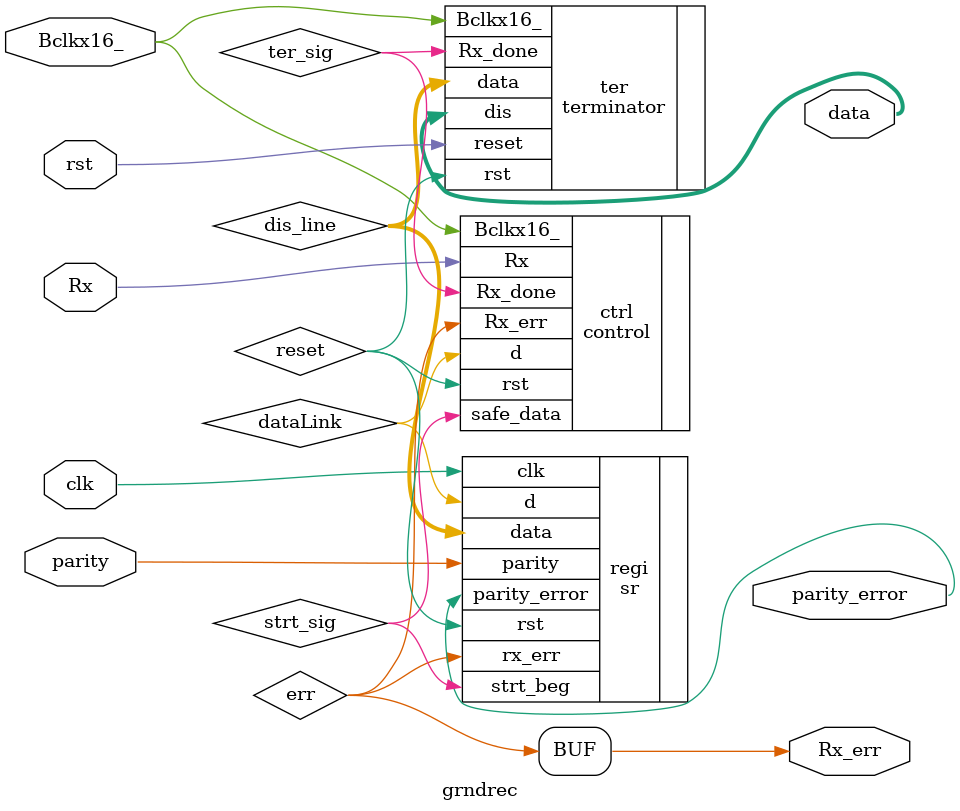
<source format=v>
module grndrec (clk, Bclkx16_, Rx ,rst , parity ,  parity_error, data,Rx_err );
input clk;
input Bclkx16_;
input Rx;
input parity;
input rst;

//output Rx_done;
output Rx_err;
output parity_error;
output [7:0] data;


wire dataLink;//the wire between the control system and the register block for d
wire err; //the error wire between the control system and the register
wire strt_sig;//the start signal from control to the register to begin storing data
wire reset;//the connection between the terminator reset output to the other modules reset inputs
wire ter_sig;//used to connect Rx-done from control to that in terminator
wire[0:7]dis_line;//connects the input display of the terminator to the output of the register

//reset is active low
control ctrl (.Rx(Rx), .Bclkx16_(Bclkx16_), .rst(reset), .Rx_done(ter_sig), .Rx_err(err), .d(dataLink), .safe_data(strt_sig));
sr regi (.rx_err(err), .d(dataLink), .clk(clk), .parity(parity), .parity_error(parity_error), .data(dis_line), .rst(reset), .strt_beg(strt_sig));
terminator ter(.reset(rst),.Bclkx16_(Bclkx16_),.Rx_done(ter_sig),.data(dis_line),.rst(reset),.dis(data));
assign Rx_err = err;
endmodule

</source>
